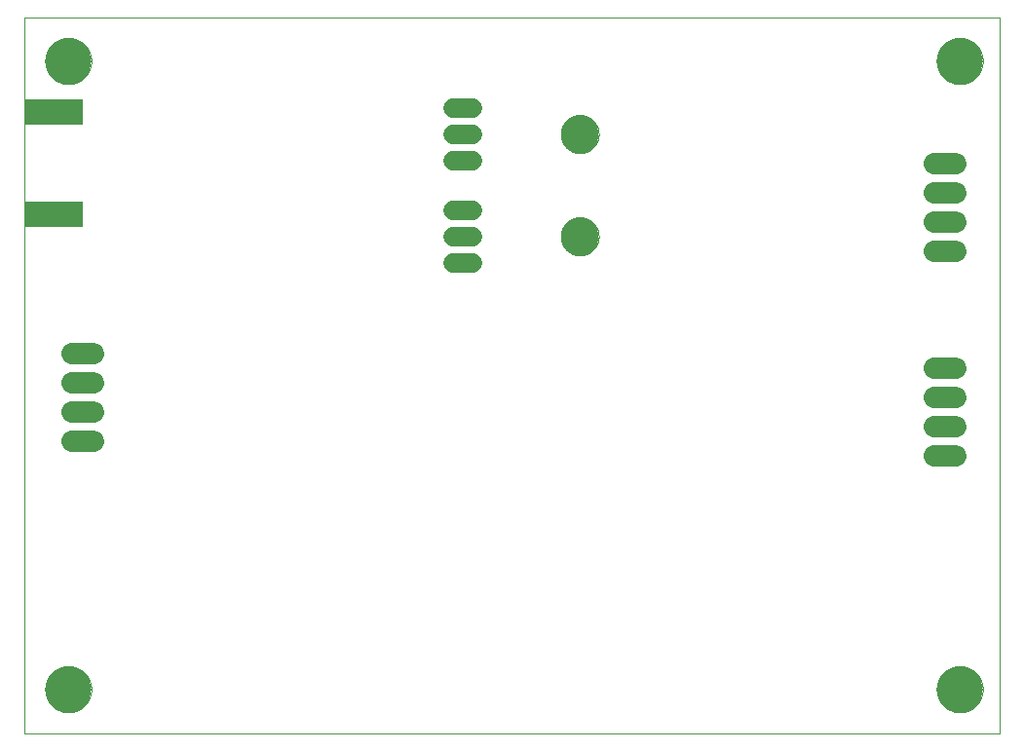
<source format=gbs>
G75*
%MOIN*%
%OFA0B0*%
%FSLAX25Y25*%
%IPPOS*%
%LPD*%
%AMOC8*
5,1,8,0,0,1.08239X$1,22.5*
%
%ADD10C,0.00000*%
%ADD11C,0.15748*%
%ADD12C,0.06600*%
%ADD13C,0.13000*%
%ADD14R,0.20000X0.09000*%
%ADD15C,0.07400*%
D10*
X0098342Y0038933D02*
X0098342Y0283894D01*
X0432043Y0283894D01*
X0432043Y0038933D01*
X0098342Y0038933D01*
X0105468Y0053933D02*
X0105470Y0054126D01*
X0105477Y0054319D01*
X0105489Y0054512D01*
X0105506Y0054705D01*
X0105527Y0054897D01*
X0105553Y0055088D01*
X0105584Y0055279D01*
X0105619Y0055469D01*
X0105659Y0055658D01*
X0105704Y0055846D01*
X0105753Y0056033D01*
X0105807Y0056219D01*
X0105865Y0056403D01*
X0105928Y0056586D01*
X0105996Y0056767D01*
X0106067Y0056946D01*
X0106144Y0057124D01*
X0106224Y0057300D01*
X0106309Y0057473D01*
X0106398Y0057645D01*
X0106491Y0057814D01*
X0106588Y0057981D01*
X0106690Y0058146D01*
X0106795Y0058308D01*
X0106904Y0058467D01*
X0107018Y0058624D01*
X0107135Y0058777D01*
X0107255Y0058928D01*
X0107380Y0059076D01*
X0107508Y0059221D01*
X0107639Y0059362D01*
X0107774Y0059501D01*
X0107913Y0059636D01*
X0108054Y0059767D01*
X0108199Y0059895D01*
X0108347Y0060020D01*
X0108498Y0060140D01*
X0108651Y0060257D01*
X0108808Y0060371D01*
X0108967Y0060480D01*
X0109129Y0060585D01*
X0109294Y0060687D01*
X0109461Y0060784D01*
X0109630Y0060877D01*
X0109802Y0060966D01*
X0109975Y0061051D01*
X0110151Y0061131D01*
X0110329Y0061208D01*
X0110508Y0061279D01*
X0110689Y0061347D01*
X0110872Y0061410D01*
X0111056Y0061468D01*
X0111242Y0061522D01*
X0111429Y0061571D01*
X0111617Y0061616D01*
X0111806Y0061656D01*
X0111996Y0061691D01*
X0112187Y0061722D01*
X0112378Y0061748D01*
X0112570Y0061769D01*
X0112763Y0061786D01*
X0112956Y0061798D01*
X0113149Y0061805D01*
X0113342Y0061807D01*
X0113535Y0061805D01*
X0113728Y0061798D01*
X0113921Y0061786D01*
X0114114Y0061769D01*
X0114306Y0061748D01*
X0114497Y0061722D01*
X0114688Y0061691D01*
X0114878Y0061656D01*
X0115067Y0061616D01*
X0115255Y0061571D01*
X0115442Y0061522D01*
X0115628Y0061468D01*
X0115812Y0061410D01*
X0115995Y0061347D01*
X0116176Y0061279D01*
X0116355Y0061208D01*
X0116533Y0061131D01*
X0116709Y0061051D01*
X0116882Y0060966D01*
X0117054Y0060877D01*
X0117223Y0060784D01*
X0117390Y0060687D01*
X0117555Y0060585D01*
X0117717Y0060480D01*
X0117876Y0060371D01*
X0118033Y0060257D01*
X0118186Y0060140D01*
X0118337Y0060020D01*
X0118485Y0059895D01*
X0118630Y0059767D01*
X0118771Y0059636D01*
X0118910Y0059501D01*
X0119045Y0059362D01*
X0119176Y0059221D01*
X0119304Y0059076D01*
X0119429Y0058928D01*
X0119549Y0058777D01*
X0119666Y0058624D01*
X0119780Y0058467D01*
X0119889Y0058308D01*
X0119994Y0058146D01*
X0120096Y0057981D01*
X0120193Y0057814D01*
X0120286Y0057645D01*
X0120375Y0057473D01*
X0120460Y0057300D01*
X0120540Y0057124D01*
X0120617Y0056946D01*
X0120688Y0056767D01*
X0120756Y0056586D01*
X0120819Y0056403D01*
X0120877Y0056219D01*
X0120931Y0056033D01*
X0120980Y0055846D01*
X0121025Y0055658D01*
X0121065Y0055469D01*
X0121100Y0055279D01*
X0121131Y0055088D01*
X0121157Y0054897D01*
X0121178Y0054705D01*
X0121195Y0054512D01*
X0121207Y0054319D01*
X0121214Y0054126D01*
X0121216Y0053933D01*
X0121214Y0053740D01*
X0121207Y0053547D01*
X0121195Y0053354D01*
X0121178Y0053161D01*
X0121157Y0052969D01*
X0121131Y0052778D01*
X0121100Y0052587D01*
X0121065Y0052397D01*
X0121025Y0052208D01*
X0120980Y0052020D01*
X0120931Y0051833D01*
X0120877Y0051647D01*
X0120819Y0051463D01*
X0120756Y0051280D01*
X0120688Y0051099D01*
X0120617Y0050920D01*
X0120540Y0050742D01*
X0120460Y0050566D01*
X0120375Y0050393D01*
X0120286Y0050221D01*
X0120193Y0050052D01*
X0120096Y0049885D01*
X0119994Y0049720D01*
X0119889Y0049558D01*
X0119780Y0049399D01*
X0119666Y0049242D01*
X0119549Y0049089D01*
X0119429Y0048938D01*
X0119304Y0048790D01*
X0119176Y0048645D01*
X0119045Y0048504D01*
X0118910Y0048365D01*
X0118771Y0048230D01*
X0118630Y0048099D01*
X0118485Y0047971D01*
X0118337Y0047846D01*
X0118186Y0047726D01*
X0118033Y0047609D01*
X0117876Y0047495D01*
X0117717Y0047386D01*
X0117555Y0047281D01*
X0117390Y0047179D01*
X0117223Y0047082D01*
X0117054Y0046989D01*
X0116882Y0046900D01*
X0116709Y0046815D01*
X0116533Y0046735D01*
X0116355Y0046658D01*
X0116176Y0046587D01*
X0115995Y0046519D01*
X0115812Y0046456D01*
X0115628Y0046398D01*
X0115442Y0046344D01*
X0115255Y0046295D01*
X0115067Y0046250D01*
X0114878Y0046210D01*
X0114688Y0046175D01*
X0114497Y0046144D01*
X0114306Y0046118D01*
X0114114Y0046097D01*
X0113921Y0046080D01*
X0113728Y0046068D01*
X0113535Y0046061D01*
X0113342Y0046059D01*
X0113149Y0046061D01*
X0112956Y0046068D01*
X0112763Y0046080D01*
X0112570Y0046097D01*
X0112378Y0046118D01*
X0112187Y0046144D01*
X0111996Y0046175D01*
X0111806Y0046210D01*
X0111617Y0046250D01*
X0111429Y0046295D01*
X0111242Y0046344D01*
X0111056Y0046398D01*
X0110872Y0046456D01*
X0110689Y0046519D01*
X0110508Y0046587D01*
X0110329Y0046658D01*
X0110151Y0046735D01*
X0109975Y0046815D01*
X0109802Y0046900D01*
X0109630Y0046989D01*
X0109461Y0047082D01*
X0109294Y0047179D01*
X0109129Y0047281D01*
X0108967Y0047386D01*
X0108808Y0047495D01*
X0108651Y0047609D01*
X0108498Y0047726D01*
X0108347Y0047846D01*
X0108199Y0047971D01*
X0108054Y0048099D01*
X0107913Y0048230D01*
X0107774Y0048365D01*
X0107639Y0048504D01*
X0107508Y0048645D01*
X0107380Y0048790D01*
X0107255Y0048938D01*
X0107135Y0049089D01*
X0107018Y0049242D01*
X0106904Y0049399D01*
X0106795Y0049558D01*
X0106690Y0049720D01*
X0106588Y0049885D01*
X0106491Y0050052D01*
X0106398Y0050221D01*
X0106309Y0050393D01*
X0106224Y0050566D01*
X0106144Y0050742D01*
X0106067Y0050920D01*
X0105996Y0051099D01*
X0105928Y0051280D01*
X0105865Y0051463D01*
X0105807Y0051647D01*
X0105753Y0051833D01*
X0105704Y0052020D01*
X0105659Y0052208D01*
X0105619Y0052397D01*
X0105584Y0052587D01*
X0105553Y0052778D01*
X0105527Y0052969D01*
X0105506Y0053161D01*
X0105489Y0053354D01*
X0105477Y0053547D01*
X0105470Y0053740D01*
X0105468Y0053933D01*
X0281842Y0208933D02*
X0281844Y0209094D01*
X0281850Y0209254D01*
X0281860Y0209415D01*
X0281874Y0209575D01*
X0281892Y0209735D01*
X0281913Y0209894D01*
X0281939Y0210053D01*
X0281969Y0210211D01*
X0282002Y0210368D01*
X0282040Y0210525D01*
X0282081Y0210680D01*
X0282126Y0210834D01*
X0282175Y0210987D01*
X0282228Y0211139D01*
X0282284Y0211290D01*
X0282345Y0211439D01*
X0282408Y0211587D01*
X0282476Y0211733D01*
X0282547Y0211877D01*
X0282621Y0212019D01*
X0282699Y0212160D01*
X0282781Y0212298D01*
X0282866Y0212435D01*
X0282954Y0212569D01*
X0283046Y0212701D01*
X0283141Y0212831D01*
X0283239Y0212959D01*
X0283340Y0213084D01*
X0283444Y0213206D01*
X0283551Y0213326D01*
X0283661Y0213443D01*
X0283774Y0213558D01*
X0283890Y0213669D01*
X0284009Y0213778D01*
X0284130Y0213883D01*
X0284254Y0213986D01*
X0284380Y0214086D01*
X0284508Y0214182D01*
X0284639Y0214275D01*
X0284773Y0214365D01*
X0284908Y0214452D01*
X0285046Y0214535D01*
X0285185Y0214615D01*
X0285327Y0214691D01*
X0285470Y0214764D01*
X0285615Y0214833D01*
X0285762Y0214899D01*
X0285910Y0214961D01*
X0286060Y0215019D01*
X0286211Y0215074D01*
X0286364Y0215125D01*
X0286518Y0215172D01*
X0286673Y0215215D01*
X0286829Y0215254D01*
X0286985Y0215290D01*
X0287143Y0215321D01*
X0287301Y0215349D01*
X0287460Y0215373D01*
X0287620Y0215393D01*
X0287780Y0215409D01*
X0287940Y0215421D01*
X0288101Y0215429D01*
X0288262Y0215433D01*
X0288422Y0215433D01*
X0288583Y0215429D01*
X0288744Y0215421D01*
X0288904Y0215409D01*
X0289064Y0215393D01*
X0289224Y0215373D01*
X0289383Y0215349D01*
X0289541Y0215321D01*
X0289699Y0215290D01*
X0289855Y0215254D01*
X0290011Y0215215D01*
X0290166Y0215172D01*
X0290320Y0215125D01*
X0290473Y0215074D01*
X0290624Y0215019D01*
X0290774Y0214961D01*
X0290922Y0214899D01*
X0291069Y0214833D01*
X0291214Y0214764D01*
X0291357Y0214691D01*
X0291499Y0214615D01*
X0291638Y0214535D01*
X0291776Y0214452D01*
X0291911Y0214365D01*
X0292045Y0214275D01*
X0292176Y0214182D01*
X0292304Y0214086D01*
X0292430Y0213986D01*
X0292554Y0213883D01*
X0292675Y0213778D01*
X0292794Y0213669D01*
X0292910Y0213558D01*
X0293023Y0213443D01*
X0293133Y0213326D01*
X0293240Y0213206D01*
X0293344Y0213084D01*
X0293445Y0212959D01*
X0293543Y0212831D01*
X0293638Y0212701D01*
X0293730Y0212569D01*
X0293818Y0212435D01*
X0293903Y0212298D01*
X0293985Y0212160D01*
X0294063Y0212019D01*
X0294137Y0211877D01*
X0294208Y0211733D01*
X0294276Y0211587D01*
X0294339Y0211439D01*
X0294400Y0211290D01*
X0294456Y0211139D01*
X0294509Y0210987D01*
X0294558Y0210834D01*
X0294603Y0210680D01*
X0294644Y0210525D01*
X0294682Y0210368D01*
X0294715Y0210211D01*
X0294745Y0210053D01*
X0294771Y0209894D01*
X0294792Y0209735D01*
X0294810Y0209575D01*
X0294824Y0209415D01*
X0294834Y0209254D01*
X0294840Y0209094D01*
X0294842Y0208933D01*
X0294840Y0208772D01*
X0294834Y0208612D01*
X0294824Y0208451D01*
X0294810Y0208291D01*
X0294792Y0208131D01*
X0294771Y0207972D01*
X0294745Y0207813D01*
X0294715Y0207655D01*
X0294682Y0207498D01*
X0294644Y0207341D01*
X0294603Y0207186D01*
X0294558Y0207032D01*
X0294509Y0206879D01*
X0294456Y0206727D01*
X0294400Y0206576D01*
X0294339Y0206427D01*
X0294276Y0206279D01*
X0294208Y0206133D01*
X0294137Y0205989D01*
X0294063Y0205847D01*
X0293985Y0205706D01*
X0293903Y0205568D01*
X0293818Y0205431D01*
X0293730Y0205297D01*
X0293638Y0205165D01*
X0293543Y0205035D01*
X0293445Y0204907D01*
X0293344Y0204782D01*
X0293240Y0204660D01*
X0293133Y0204540D01*
X0293023Y0204423D01*
X0292910Y0204308D01*
X0292794Y0204197D01*
X0292675Y0204088D01*
X0292554Y0203983D01*
X0292430Y0203880D01*
X0292304Y0203780D01*
X0292176Y0203684D01*
X0292045Y0203591D01*
X0291911Y0203501D01*
X0291776Y0203414D01*
X0291638Y0203331D01*
X0291499Y0203251D01*
X0291357Y0203175D01*
X0291214Y0203102D01*
X0291069Y0203033D01*
X0290922Y0202967D01*
X0290774Y0202905D01*
X0290624Y0202847D01*
X0290473Y0202792D01*
X0290320Y0202741D01*
X0290166Y0202694D01*
X0290011Y0202651D01*
X0289855Y0202612D01*
X0289699Y0202576D01*
X0289541Y0202545D01*
X0289383Y0202517D01*
X0289224Y0202493D01*
X0289064Y0202473D01*
X0288904Y0202457D01*
X0288744Y0202445D01*
X0288583Y0202437D01*
X0288422Y0202433D01*
X0288262Y0202433D01*
X0288101Y0202437D01*
X0287940Y0202445D01*
X0287780Y0202457D01*
X0287620Y0202473D01*
X0287460Y0202493D01*
X0287301Y0202517D01*
X0287143Y0202545D01*
X0286985Y0202576D01*
X0286829Y0202612D01*
X0286673Y0202651D01*
X0286518Y0202694D01*
X0286364Y0202741D01*
X0286211Y0202792D01*
X0286060Y0202847D01*
X0285910Y0202905D01*
X0285762Y0202967D01*
X0285615Y0203033D01*
X0285470Y0203102D01*
X0285327Y0203175D01*
X0285185Y0203251D01*
X0285046Y0203331D01*
X0284908Y0203414D01*
X0284773Y0203501D01*
X0284639Y0203591D01*
X0284508Y0203684D01*
X0284380Y0203780D01*
X0284254Y0203880D01*
X0284130Y0203983D01*
X0284009Y0204088D01*
X0283890Y0204197D01*
X0283774Y0204308D01*
X0283661Y0204423D01*
X0283551Y0204540D01*
X0283444Y0204660D01*
X0283340Y0204782D01*
X0283239Y0204907D01*
X0283141Y0205035D01*
X0283046Y0205165D01*
X0282954Y0205297D01*
X0282866Y0205431D01*
X0282781Y0205568D01*
X0282699Y0205706D01*
X0282621Y0205847D01*
X0282547Y0205989D01*
X0282476Y0206133D01*
X0282408Y0206279D01*
X0282345Y0206427D01*
X0282284Y0206576D01*
X0282228Y0206727D01*
X0282175Y0206879D01*
X0282126Y0207032D01*
X0282081Y0207186D01*
X0282040Y0207341D01*
X0282002Y0207498D01*
X0281969Y0207655D01*
X0281939Y0207813D01*
X0281913Y0207972D01*
X0281892Y0208131D01*
X0281874Y0208291D01*
X0281860Y0208451D01*
X0281850Y0208612D01*
X0281844Y0208772D01*
X0281842Y0208933D01*
X0281842Y0243933D02*
X0281844Y0244094D01*
X0281850Y0244254D01*
X0281860Y0244415D01*
X0281874Y0244575D01*
X0281892Y0244735D01*
X0281913Y0244894D01*
X0281939Y0245053D01*
X0281969Y0245211D01*
X0282002Y0245368D01*
X0282040Y0245525D01*
X0282081Y0245680D01*
X0282126Y0245834D01*
X0282175Y0245987D01*
X0282228Y0246139D01*
X0282284Y0246290D01*
X0282345Y0246439D01*
X0282408Y0246587D01*
X0282476Y0246733D01*
X0282547Y0246877D01*
X0282621Y0247019D01*
X0282699Y0247160D01*
X0282781Y0247298D01*
X0282866Y0247435D01*
X0282954Y0247569D01*
X0283046Y0247701D01*
X0283141Y0247831D01*
X0283239Y0247959D01*
X0283340Y0248084D01*
X0283444Y0248206D01*
X0283551Y0248326D01*
X0283661Y0248443D01*
X0283774Y0248558D01*
X0283890Y0248669D01*
X0284009Y0248778D01*
X0284130Y0248883D01*
X0284254Y0248986D01*
X0284380Y0249086D01*
X0284508Y0249182D01*
X0284639Y0249275D01*
X0284773Y0249365D01*
X0284908Y0249452D01*
X0285046Y0249535D01*
X0285185Y0249615D01*
X0285327Y0249691D01*
X0285470Y0249764D01*
X0285615Y0249833D01*
X0285762Y0249899D01*
X0285910Y0249961D01*
X0286060Y0250019D01*
X0286211Y0250074D01*
X0286364Y0250125D01*
X0286518Y0250172D01*
X0286673Y0250215D01*
X0286829Y0250254D01*
X0286985Y0250290D01*
X0287143Y0250321D01*
X0287301Y0250349D01*
X0287460Y0250373D01*
X0287620Y0250393D01*
X0287780Y0250409D01*
X0287940Y0250421D01*
X0288101Y0250429D01*
X0288262Y0250433D01*
X0288422Y0250433D01*
X0288583Y0250429D01*
X0288744Y0250421D01*
X0288904Y0250409D01*
X0289064Y0250393D01*
X0289224Y0250373D01*
X0289383Y0250349D01*
X0289541Y0250321D01*
X0289699Y0250290D01*
X0289855Y0250254D01*
X0290011Y0250215D01*
X0290166Y0250172D01*
X0290320Y0250125D01*
X0290473Y0250074D01*
X0290624Y0250019D01*
X0290774Y0249961D01*
X0290922Y0249899D01*
X0291069Y0249833D01*
X0291214Y0249764D01*
X0291357Y0249691D01*
X0291499Y0249615D01*
X0291638Y0249535D01*
X0291776Y0249452D01*
X0291911Y0249365D01*
X0292045Y0249275D01*
X0292176Y0249182D01*
X0292304Y0249086D01*
X0292430Y0248986D01*
X0292554Y0248883D01*
X0292675Y0248778D01*
X0292794Y0248669D01*
X0292910Y0248558D01*
X0293023Y0248443D01*
X0293133Y0248326D01*
X0293240Y0248206D01*
X0293344Y0248084D01*
X0293445Y0247959D01*
X0293543Y0247831D01*
X0293638Y0247701D01*
X0293730Y0247569D01*
X0293818Y0247435D01*
X0293903Y0247298D01*
X0293985Y0247160D01*
X0294063Y0247019D01*
X0294137Y0246877D01*
X0294208Y0246733D01*
X0294276Y0246587D01*
X0294339Y0246439D01*
X0294400Y0246290D01*
X0294456Y0246139D01*
X0294509Y0245987D01*
X0294558Y0245834D01*
X0294603Y0245680D01*
X0294644Y0245525D01*
X0294682Y0245368D01*
X0294715Y0245211D01*
X0294745Y0245053D01*
X0294771Y0244894D01*
X0294792Y0244735D01*
X0294810Y0244575D01*
X0294824Y0244415D01*
X0294834Y0244254D01*
X0294840Y0244094D01*
X0294842Y0243933D01*
X0294840Y0243772D01*
X0294834Y0243612D01*
X0294824Y0243451D01*
X0294810Y0243291D01*
X0294792Y0243131D01*
X0294771Y0242972D01*
X0294745Y0242813D01*
X0294715Y0242655D01*
X0294682Y0242498D01*
X0294644Y0242341D01*
X0294603Y0242186D01*
X0294558Y0242032D01*
X0294509Y0241879D01*
X0294456Y0241727D01*
X0294400Y0241576D01*
X0294339Y0241427D01*
X0294276Y0241279D01*
X0294208Y0241133D01*
X0294137Y0240989D01*
X0294063Y0240847D01*
X0293985Y0240706D01*
X0293903Y0240568D01*
X0293818Y0240431D01*
X0293730Y0240297D01*
X0293638Y0240165D01*
X0293543Y0240035D01*
X0293445Y0239907D01*
X0293344Y0239782D01*
X0293240Y0239660D01*
X0293133Y0239540D01*
X0293023Y0239423D01*
X0292910Y0239308D01*
X0292794Y0239197D01*
X0292675Y0239088D01*
X0292554Y0238983D01*
X0292430Y0238880D01*
X0292304Y0238780D01*
X0292176Y0238684D01*
X0292045Y0238591D01*
X0291911Y0238501D01*
X0291776Y0238414D01*
X0291638Y0238331D01*
X0291499Y0238251D01*
X0291357Y0238175D01*
X0291214Y0238102D01*
X0291069Y0238033D01*
X0290922Y0237967D01*
X0290774Y0237905D01*
X0290624Y0237847D01*
X0290473Y0237792D01*
X0290320Y0237741D01*
X0290166Y0237694D01*
X0290011Y0237651D01*
X0289855Y0237612D01*
X0289699Y0237576D01*
X0289541Y0237545D01*
X0289383Y0237517D01*
X0289224Y0237493D01*
X0289064Y0237473D01*
X0288904Y0237457D01*
X0288744Y0237445D01*
X0288583Y0237437D01*
X0288422Y0237433D01*
X0288262Y0237433D01*
X0288101Y0237437D01*
X0287940Y0237445D01*
X0287780Y0237457D01*
X0287620Y0237473D01*
X0287460Y0237493D01*
X0287301Y0237517D01*
X0287143Y0237545D01*
X0286985Y0237576D01*
X0286829Y0237612D01*
X0286673Y0237651D01*
X0286518Y0237694D01*
X0286364Y0237741D01*
X0286211Y0237792D01*
X0286060Y0237847D01*
X0285910Y0237905D01*
X0285762Y0237967D01*
X0285615Y0238033D01*
X0285470Y0238102D01*
X0285327Y0238175D01*
X0285185Y0238251D01*
X0285046Y0238331D01*
X0284908Y0238414D01*
X0284773Y0238501D01*
X0284639Y0238591D01*
X0284508Y0238684D01*
X0284380Y0238780D01*
X0284254Y0238880D01*
X0284130Y0238983D01*
X0284009Y0239088D01*
X0283890Y0239197D01*
X0283774Y0239308D01*
X0283661Y0239423D01*
X0283551Y0239540D01*
X0283444Y0239660D01*
X0283340Y0239782D01*
X0283239Y0239907D01*
X0283141Y0240035D01*
X0283046Y0240165D01*
X0282954Y0240297D01*
X0282866Y0240431D01*
X0282781Y0240568D01*
X0282699Y0240706D01*
X0282621Y0240847D01*
X0282547Y0240989D01*
X0282476Y0241133D01*
X0282408Y0241279D01*
X0282345Y0241427D01*
X0282284Y0241576D01*
X0282228Y0241727D01*
X0282175Y0241879D01*
X0282126Y0242032D01*
X0282081Y0242186D01*
X0282040Y0242341D01*
X0282002Y0242498D01*
X0281969Y0242655D01*
X0281939Y0242813D01*
X0281913Y0242972D01*
X0281892Y0243131D01*
X0281874Y0243291D01*
X0281860Y0243451D01*
X0281850Y0243612D01*
X0281844Y0243772D01*
X0281842Y0243933D01*
X0410468Y0268933D02*
X0410470Y0269126D01*
X0410477Y0269319D01*
X0410489Y0269512D01*
X0410506Y0269705D01*
X0410527Y0269897D01*
X0410553Y0270088D01*
X0410584Y0270279D01*
X0410619Y0270469D01*
X0410659Y0270658D01*
X0410704Y0270846D01*
X0410753Y0271033D01*
X0410807Y0271219D01*
X0410865Y0271403D01*
X0410928Y0271586D01*
X0410996Y0271767D01*
X0411067Y0271946D01*
X0411144Y0272124D01*
X0411224Y0272300D01*
X0411309Y0272473D01*
X0411398Y0272645D01*
X0411491Y0272814D01*
X0411588Y0272981D01*
X0411690Y0273146D01*
X0411795Y0273308D01*
X0411904Y0273467D01*
X0412018Y0273624D01*
X0412135Y0273777D01*
X0412255Y0273928D01*
X0412380Y0274076D01*
X0412508Y0274221D01*
X0412639Y0274362D01*
X0412774Y0274501D01*
X0412913Y0274636D01*
X0413054Y0274767D01*
X0413199Y0274895D01*
X0413347Y0275020D01*
X0413498Y0275140D01*
X0413651Y0275257D01*
X0413808Y0275371D01*
X0413967Y0275480D01*
X0414129Y0275585D01*
X0414294Y0275687D01*
X0414461Y0275784D01*
X0414630Y0275877D01*
X0414802Y0275966D01*
X0414975Y0276051D01*
X0415151Y0276131D01*
X0415329Y0276208D01*
X0415508Y0276279D01*
X0415689Y0276347D01*
X0415872Y0276410D01*
X0416056Y0276468D01*
X0416242Y0276522D01*
X0416429Y0276571D01*
X0416617Y0276616D01*
X0416806Y0276656D01*
X0416996Y0276691D01*
X0417187Y0276722D01*
X0417378Y0276748D01*
X0417570Y0276769D01*
X0417763Y0276786D01*
X0417956Y0276798D01*
X0418149Y0276805D01*
X0418342Y0276807D01*
X0418535Y0276805D01*
X0418728Y0276798D01*
X0418921Y0276786D01*
X0419114Y0276769D01*
X0419306Y0276748D01*
X0419497Y0276722D01*
X0419688Y0276691D01*
X0419878Y0276656D01*
X0420067Y0276616D01*
X0420255Y0276571D01*
X0420442Y0276522D01*
X0420628Y0276468D01*
X0420812Y0276410D01*
X0420995Y0276347D01*
X0421176Y0276279D01*
X0421355Y0276208D01*
X0421533Y0276131D01*
X0421709Y0276051D01*
X0421882Y0275966D01*
X0422054Y0275877D01*
X0422223Y0275784D01*
X0422390Y0275687D01*
X0422555Y0275585D01*
X0422717Y0275480D01*
X0422876Y0275371D01*
X0423033Y0275257D01*
X0423186Y0275140D01*
X0423337Y0275020D01*
X0423485Y0274895D01*
X0423630Y0274767D01*
X0423771Y0274636D01*
X0423910Y0274501D01*
X0424045Y0274362D01*
X0424176Y0274221D01*
X0424304Y0274076D01*
X0424429Y0273928D01*
X0424549Y0273777D01*
X0424666Y0273624D01*
X0424780Y0273467D01*
X0424889Y0273308D01*
X0424994Y0273146D01*
X0425096Y0272981D01*
X0425193Y0272814D01*
X0425286Y0272645D01*
X0425375Y0272473D01*
X0425460Y0272300D01*
X0425540Y0272124D01*
X0425617Y0271946D01*
X0425688Y0271767D01*
X0425756Y0271586D01*
X0425819Y0271403D01*
X0425877Y0271219D01*
X0425931Y0271033D01*
X0425980Y0270846D01*
X0426025Y0270658D01*
X0426065Y0270469D01*
X0426100Y0270279D01*
X0426131Y0270088D01*
X0426157Y0269897D01*
X0426178Y0269705D01*
X0426195Y0269512D01*
X0426207Y0269319D01*
X0426214Y0269126D01*
X0426216Y0268933D01*
X0426214Y0268740D01*
X0426207Y0268547D01*
X0426195Y0268354D01*
X0426178Y0268161D01*
X0426157Y0267969D01*
X0426131Y0267778D01*
X0426100Y0267587D01*
X0426065Y0267397D01*
X0426025Y0267208D01*
X0425980Y0267020D01*
X0425931Y0266833D01*
X0425877Y0266647D01*
X0425819Y0266463D01*
X0425756Y0266280D01*
X0425688Y0266099D01*
X0425617Y0265920D01*
X0425540Y0265742D01*
X0425460Y0265566D01*
X0425375Y0265393D01*
X0425286Y0265221D01*
X0425193Y0265052D01*
X0425096Y0264885D01*
X0424994Y0264720D01*
X0424889Y0264558D01*
X0424780Y0264399D01*
X0424666Y0264242D01*
X0424549Y0264089D01*
X0424429Y0263938D01*
X0424304Y0263790D01*
X0424176Y0263645D01*
X0424045Y0263504D01*
X0423910Y0263365D01*
X0423771Y0263230D01*
X0423630Y0263099D01*
X0423485Y0262971D01*
X0423337Y0262846D01*
X0423186Y0262726D01*
X0423033Y0262609D01*
X0422876Y0262495D01*
X0422717Y0262386D01*
X0422555Y0262281D01*
X0422390Y0262179D01*
X0422223Y0262082D01*
X0422054Y0261989D01*
X0421882Y0261900D01*
X0421709Y0261815D01*
X0421533Y0261735D01*
X0421355Y0261658D01*
X0421176Y0261587D01*
X0420995Y0261519D01*
X0420812Y0261456D01*
X0420628Y0261398D01*
X0420442Y0261344D01*
X0420255Y0261295D01*
X0420067Y0261250D01*
X0419878Y0261210D01*
X0419688Y0261175D01*
X0419497Y0261144D01*
X0419306Y0261118D01*
X0419114Y0261097D01*
X0418921Y0261080D01*
X0418728Y0261068D01*
X0418535Y0261061D01*
X0418342Y0261059D01*
X0418149Y0261061D01*
X0417956Y0261068D01*
X0417763Y0261080D01*
X0417570Y0261097D01*
X0417378Y0261118D01*
X0417187Y0261144D01*
X0416996Y0261175D01*
X0416806Y0261210D01*
X0416617Y0261250D01*
X0416429Y0261295D01*
X0416242Y0261344D01*
X0416056Y0261398D01*
X0415872Y0261456D01*
X0415689Y0261519D01*
X0415508Y0261587D01*
X0415329Y0261658D01*
X0415151Y0261735D01*
X0414975Y0261815D01*
X0414802Y0261900D01*
X0414630Y0261989D01*
X0414461Y0262082D01*
X0414294Y0262179D01*
X0414129Y0262281D01*
X0413967Y0262386D01*
X0413808Y0262495D01*
X0413651Y0262609D01*
X0413498Y0262726D01*
X0413347Y0262846D01*
X0413199Y0262971D01*
X0413054Y0263099D01*
X0412913Y0263230D01*
X0412774Y0263365D01*
X0412639Y0263504D01*
X0412508Y0263645D01*
X0412380Y0263790D01*
X0412255Y0263938D01*
X0412135Y0264089D01*
X0412018Y0264242D01*
X0411904Y0264399D01*
X0411795Y0264558D01*
X0411690Y0264720D01*
X0411588Y0264885D01*
X0411491Y0265052D01*
X0411398Y0265221D01*
X0411309Y0265393D01*
X0411224Y0265566D01*
X0411144Y0265742D01*
X0411067Y0265920D01*
X0410996Y0266099D01*
X0410928Y0266280D01*
X0410865Y0266463D01*
X0410807Y0266647D01*
X0410753Y0266833D01*
X0410704Y0267020D01*
X0410659Y0267208D01*
X0410619Y0267397D01*
X0410584Y0267587D01*
X0410553Y0267778D01*
X0410527Y0267969D01*
X0410506Y0268161D01*
X0410489Y0268354D01*
X0410477Y0268547D01*
X0410470Y0268740D01*
X0410468Y0268933D01*
X0105468Y0268933D02*
X0105470Y0269126D01*
X0105477Y0269319D01*
X0105489Y0269512D01*
X0105506Y0269705D01*
X0105527Y0269897D01*
X0105553Y0270088D01*
X0105584Y0270279D01*
X0105619Y0270469D01*
X0105659Y0270658D01*
X0105704Y0270846D01*
X0105753Y0271033D01*
X0105807Y0271219D01*
X0105865Y0271403D01*
X0105928Y0271586D01*
X0105996Y0271767D01*
X0106067Y0271946D01*
X0106144Y0272124D01*
X0106224Y0272300D01*
X0106309Y0272473D01*
X0106398Y0272645D01*
X0106491Y0272814D01*
X0106588Y0272981D01*
X0106690Y0273146D01*
X0106795Y0273308D01*
X0106904Y0273467D01*
X0107018Y0273624D01*
X0107135Y0273777D01*
X0107255Y0273928D01*
X0107380Y0274076D01*
X0107508Y0274221D01*
X0107639Y0274362D01*
X0107774Y0274501D01*
X0107913Y0274636D01*
X0108054Y0274767D01*
X0108199Y0274895D01*
X0108347Y0275020D01*
X0108498Y0275140D01*
X0108651Y0275257D01*
X0108808Y0275371D01*
X0108967Y0275480D01*
X0109129Y0275585D01*
X0109294Y0275687D01*
X0109461Y0275784D01*
X0109630Y0275877D01*
X0109802Y0275966D01*
X0109975Y0276051D01*
X0110151Y0276131D01*
X0110329Y0276208D01*
X0110508Y0276279D01*
X0110689Y0276347D01*
X0110872Y0276410D01*
X0111056Y0276468D01*
X0111242Y0276522D01*
X0111429Y0276571D01*
X0111617Y0276616D01*
X0111806Y0276656D01*
X0111996Y0276691D01*
X0112187Y0276722D01*
X0112378Y0276748D01*
X0112570Y0276769D01*
X0112763Y0276786D01*
X0112956Y0276798D01*
X0113149Y0276805D01*
X0113342Y0276807D01*
X0113535Y0276805D01*
X0113728Y0276798D01*
X0113921Y0276786D01*
X0114114Y0276769D01*
X0114306Y0276748D01*
X0114497Y0276722D01*
X0114688Y0276691D01*
X0114878Y0276656D01*
X0115067Y0276616D01*
X0115255Y0276571D01*
X0115442Y0276522D01*
X0115628Y0276468D01*
X0115812Y0276410D01*
X0115995Y0276347D01*
X0116176Y0276279D01*
X0116355Y0276208D01*
X0116533Y0276131D01*
X0116709Y0276051D01*
X0116882Y0275966D01*
X0117054Y0275877D01*
X0117223Y0275784D01*
X0117390Y0275687D01*
X0117555Y0275585D01*
X0117717Y0275480D01*
X0117876Y0275371D01*
X0118033Y0275257D01*
X0118186Y0275140D01*
X0118337Y0275020D01*
X0118485Y0274895D01*
X0118630Y0274767D01*
X0118771Y0274636D01*
X0118910Y0274501D01*
X0119045Y0274362D01*
X0119176Y0274221D01*
X0119304Y0274076D01*
X0119429Y0273928D01*
X0119549Y0273777D01*
X0119666Y0273624D01*
X0119780Y0273467D01*
X0119889Y0273308D01*
X0119994Y0273146D01*
X0120096Y0272981D01*
X0120193Y0272814D01*
X0120286Y0272645D01*
X0120375Y0272473D01*
X0120460Y0272300D01*
X0120540Y0272124D01*
X0120617Y0271946D01*
X0120688Y0271767D01*
X0120756Y0271586D01*
X0120819Y0271403D01*
X0120877Y0271219D01*
X0120931Y0271033D01*
X0120980Y0270846D01*
X0121025Y0270658D01*
X0121065Y0270469D01*
X0121100Y0270279D01*
X0121131Y0270088D01*
X0121157Y0269897D01*
X0121178Y0269705D01*
X0121195Y0269512D01*
X0121207Y0269319D01*
X0121214Y0269126D01*
X0121216Y0268933D01*
X0121214Y0268740D01*
X0121207Y0268547D01*
X0121195Y0268354D01*
X0121178Y0268161D01*
X0121157Y0267969D01*
X0121131Y0267778D01*
X0121100Y0267587D01*
X0121065Y0267397D01*
X0121025Y0267208D01*
X0120980Y0267020D01*
X0120931Y0266833D01*
X0120877Y0266647D01*
X0120819Y0266463D01*
X0120756Y0266280D01*
X0120688Y0266099D01*
X0120617Y0265920D01*
X0120540Y0265742D01*
X0120460Y0265566D01*
X0120375Y0265393D01*
X0120286Y0265221D01*
X0120193Y0265052D01*
X0120096Y0264885D01*
X0119994Y0264720D01*
X0119889Y0264558D01*
X0119780Y0264399D01*
X0119666Y0264242D01*
X0119549Y0264089D01*
X0119429Y0263938D01*
X0119304Y0263790D01*
X0119176Y0263645D01*
X0119045Y0263504D01*
X0118910Y0263365D01*
X0118771Y0263230D01*
X0118630Y0263099D01*
X0118485Y0262971D01*
X0118337Y0262846D01*
X0118186Y0262726D01*
X0118033Y0262609D01*
X0117876Y0262495D01*
X0117717Y0262386D01*
X0117555Y0262281D01*
X0117390Y0262179D01*
X0117223Y0262082D01*
X0117054Y0261989D01*
X0116882Y0261900D01*
X0116709Y0261815D01*
X0116533Y0261735D01*
X0116355Y0261658D01*
X0116176Y0261587D01*
X0115995Y0261519D01*
X0115812Y0261456D01*
X0115628Y0261398D01*
X0115442Y0261344D01*
X0115255Y0261295D01*
X0115067Y0261250D01*
X0114878Y0261210D01*
X0114688Y0261175D01*
X0114497Y0261144D01*
X0114306Y0261118D01*
X0114114Y0261097D01*
X0113921Y0261080D01*
X0113728Y0261068D01*
X0113535Y0261061D01*
X0113342Y0261059D01*
X0113149Y0261061D01*
X0112956Y0261068D01*
X0112763Y0261080D01*
X0112570Y0261097D01*
X0112378Y0261118D01*
X0112187Y0261144D01*
X0111996Y0261175D01*
X0111806Y0261210D01*
X0111617Y0261250D01*
X0111429Y0261295D01*
X0111242Y0261344D01*
X0111056Y0261398D01*
X0110872Y0261456D01*
X0110689Y0261519D01*
X0110508Y0261587D01*
X0110329Y0261658D01*
X0110151Y0261735D01*
X0109975Y0261815D01*
X0109802Y0261900D01*
X0109630Y0261989D01*
X0109461Y0262082D01*
X0109294Y0262179D01*
X0109129Y0262281D01*
X0108967Y0262386D01*
X0108808Y0262495D01*
X0108651Y0262609D01*
X0108498Y0262726D01*
X0108347Y0262846D01*
X0108199Y0262971D01*
X0108054Y0263099D01*
X0107913Y0263230D01*
X0107774Y0263365D01*
X0107639Y0263504D01*
X0107508Y0263645D01*
X0107380Y0263790D01*
X0107255Y0263938D01*
X0107135Y0264089D01*
X0107018Y0264242D01*
X0106904Y0264399D01*
X0106795Y0264558D01*
X0106690Y0264720D01*
X0106588Y0264885D01*
X0106491Y0265052D01*
X0106398Y0265221D01*
X0106309Y0265393D01*
X0106224Y0265566D01*
X0106144Y0265742D01*
X0106067Y0265920D01*
X0105996Y0266099D01*
X0105928Y0266280D01*
X0105865Y0266463D01*
X0105807Y0266647D01*
X0105753Y0266833D01*
X0105704Y0267020D01*
X0105659Y0267208D01*
X0105619Y0267397D01*
X0105584Y0267587D01*
X0105553Y0267778D01*
X0105527Y0267969D01*
X0105506Y0268161D01*
X0105489Y0268354D01*
X0105477Y0268547D01*
X0105470Y0268740D01*
X0105468Y0268933D01*
X0098342Y0255933D02*
X0098342Y0211933D01*
X0410468Y0053933D02*
X0410470Y0054126D01*
X0410477Y0054319D01*
X0410489Y0054512D01*
X0410506Y0054705D01*
X0410527Y0054897D01*
X0410553Y0055088D01*
X0410584Y0055279D01*
X0410619Y0055469D01*
X0410659Y0055658D01*
X0410704Y0055846D01*
X0410753Y0056033D01*
X0410807Y0056219D01*
X0410865Y0056403D01*
X0410928Y0056586D01*
X0410996Y0056767D01*
X0411067Y0056946D01*
X0411144Y0057124D01*
X0411224Y0057300D01*
X0411309Y0057473D01*
X0411398Y0057645D01*
X0411491Y0057814D01*
X0411588Y0057981D01*
X0411690Y0058146D01*
X0411795Y0058308D01*
X0411904Y0058467D01*
X0412018Y0058624D01*
X0412135Y0058777D01*
X0412255Y0058928D01*
X0412380Y0059076D01*
X0412508Y0059221D01*
X0412639Y0059362D01*
X0412774Y0059501D01*
X0412913Y0059636D01*
X0413054Y0059767D01*
X0413199Y0059895D01*
X0413347Y0060020D01*
X0413498Y0060140D01*
X0413651Y0060257D01*
X0413808Y0060371D01*
X0413967Y0060480D01*
X0414129Y0060585D01*
X0414294Y0060687D01*
X0414461Y0060784D01*
X0414630Y0060877D01*
X0414802Y0060966D01*
X0414975Y0061051D01*
X0415151Y0061131D01*
X0415329Y0061208D01*
X0415508Y0061279D01*
X0415689Y0061347D01*
X0415872Y0061410D01*
X0416056Y0061468D01*
X0416242Y0061522D01*
X0416429Y0061571D01*
X0416617Y0061616D01*
X0416806Y0061656D01*
X0416996Y0061691D01*
X0417187Y0061722D01*
X0417378Y0061748D01*
X0417570Y0061769D01*
X0417763Y0061786D01*
X0417956Y0061798D01*
X0418149Y0061805D01*
X0418342Y0061807D01*
X0418535Y0061805D01*
X0418728Y0061798D01*
X0418921Y0061786D01*
X0419114Y0061769D01*
X0419306Y0061748D01*
X0419497Y0061722D01*
X0419688Y0061691D01*
X0419878Y0061656D01*
X0420067Y0061616D01*
X0420255Y0061571D01*
X0420442Y0061522D01*
X0420628Y0061468D01*
X0420812Y0061410D01*
X0420995Y0061347D01*
X0421176Y0061279D01*
X0421355Y0061208D01*
X0421533Y0061131D01*
X0421709Y0061051D01*
X0421882Y0060966D01*
X0422054Y0060877D01*
X0422223Y0060784D01*
X0422390Y0060687D01*
X0422555Y0060585D01*
X0422717Y0060480D01*
X0422876Y0060371D01*
X0423033Y0060257D01*
X0423186Y0060140D01*
X0423337Y0060020D01*
X0423485Y0059895D01*
X0423630Y0059767D01*
X0423771Y0059636D01*
X0423910Y0059501D01*
X0424045Y0059362D01*
X0424176Y0059221D01*
X0424304Y0059076D01*
X0424429Y0058928D01*
X0424549Y0058777D01*
X0424666Y0058624D01*
X0424780Y0058467D01*
X0424889Y0058308D01*
X0424994Y0058146D01*
X0425096Y0057981D01*
X0425193Y0057814D01*
X0425286Y0057645D01*
X0425375Y0057473D01*
X0425460Y0057300D01*
X0425540Y0057124D01*
X0425617Y0056946D01*
X0425688Y0056767D01*
X0425756Y0056586D01*
X0425819Y0056403D01*
X0425877Y0056219D01*
X0425931Y0056033D01*
X0425980Y0055846D01*
X0426025Y0055658D01*
X0426065Y0055469D01*
X0426100Y0055279D01*
X0426131Y0055088D01*
X0426157Y0054897D01*
X0426178Y0054705D01*
X0426195Y0054512D01*
X0426207Y0054319D01*
X0426214Y0054126D01*
X0426216Y0053933D01*
X0426214Y0053740D01*
X0426207Y0053547D01*
X0426195Y0053354D01*
X0426178Y0053161D01*
X0426157Y0052969D01*
X0426131Y0052778D01*
X0426100Y0052587D01*
X0426065Y0052397D01*
X0426025Y0052208D01*
X0425980Y0052020D01*
X0425931Y0051833D01*
X0425877Y0051647D01*
X0425819Y0051463D01*
X0425756Y0051280D01*
X0425688Y0051099D01*
X0425617Y0050920D01*
X0425540Y0050742D01*
X0425460Y0050566D01*
X0425375Y0050393D01*
X0425286Y0050221D01*
X0425193Y0050052D01*
X0425096Y0049885D01*
X0424994Y0049720D01*
X0424889Y0049558D01*
X0424780Y0049399D01*
X0424666Y0049242D01*
X0424549Y0049089D01*
X0424429Y0048938D01*
X0424304Y0048790D01*
X0424176Y0048645D01*
X0424045Y0048504D01*
X0423910Y0048365D01*
X0423771Y0048230D01*
X0423630Y0048099D01*
X0423485Y0047971D01*
X0423337Y0047846D01*
X0423186Y0047726D01*
X0423033Y0047609D01*
X0422876Y0047495D01*
X0422717Y0047386D01*
X0422555Y0047281D01*
X0422390Y0047179D01*
X0422223Y0047082D01*
X0422054Y0046989D01*
X0421882Y0046900D01*
X0421709Y0046815D01*
X0421533Y0046735D01*
X0421355Y0046658D01*
X0421176Y0046587D01*
X0420995Y0046519D01*
X0420812Y0046456D01*
X0420628Y0046398D01*
X0420442Y0046344D01*
X0420255Y0046295D01*
X0420067Y0046250D01*
X0419878Y0046210D01*
X0419688Y0046175D01*
X0419497Y0046144D01*
X0419306Y0046118D01*
X0419114Y0046097D01*
X0418921Y0046080D01*
X0418728Y0046068D01*
X0418535Y0046061D01*
X0418342Y0046059D01*
X0418149Y0046061D01*
X0417956Y0046068D01*
X0417763Y0046080D01*
X0417570Y0046097D01*
X0417378Y0046118D01*
X0417187Y0046144D01*
X0416996Y0046175D01*
X0416806Y0046210D01*
X0416617Y0046250D01*
X0416429Y0046295D01*
X0416242Y0046344D01*
X0416056Y0046398D01*
X0415872Y0046456D01*
X0415689Y0046519D01*
X0415508Y0046587D01*
X0415329Y0046658D01*
X0415151Y0046735D01*
X0414975Y0046815D01*
X0414802Y0046900D01*
X0414630Y0046989D01*
X0414461Y0047082D01*
X0414294Y0047179D01*
X0414129Y0047281D01*
X0413967Y0047386D01*
X0413808Y0047495D01*
X0413651Y0047609D01*
X0413498Y0047726D01*
X0413347Y0047846D01*
X0413199Y0047971D01*
X0413054Y0048099D01*
X0412913Y0048230D01*
X0412774Y0048365D01*
X0412639Y0048504D01*
X0412508Y0048645D01*
X0412380Y0048790D01*
X0412255Y0048938D01*
X0412135Y0049089D01*
X0412018Y0049242D01*
X0411904Y0049399D01*
X0411795Y0049558D01*
X0411690Y0049720D01*
X0411588Y0049885D01*
X0411491Y0050052D01*
X0411398Y0050221D01*
X0411309Y0050393D01*
X0411224Y0050566D01*
X0411144Y0050742D01*
X0411067Y0050920D01*
X0410996Y0051099D01*
X0410928Y0051280D01*
X0410865Y0051463D01*
X0410807Y0051647D01*
X0410753Y0051833D01*
X0410704Y0052020D01*
X0410659Y0052208D01*
X0410619Y0052397D01*
X0410584Y0052587D01*
X0410553Y0052778D01*
X0410527Y0052969D01*
X0410506Y0053161D01*
X0410489Y0053354D01*
X0410477Y0053547D01*
X0410470Y0053740D01*
X0410468Y0053933D01*
D11*
X0418342Y0053933D03*
X0113342Y0053933D03*
X0113342Y0268933D03*
X0418342Y0268933D03*
D12*
X0251642Y0252933D02*
X0245042Y0252933D01*
X0245042Y0243933D02*
X0251642Y0243933D01*
X0251642Y0234933D02*
X0245042Y0234933D01*
X0245042Y0217933D02*
X0251642Y0217933D01*
X0251642Y0208933D02*
X0245042Y0208933D01*
X0245042Y0199933D02*
X0251642Y0199933D01*
D13*
X0288342Y0208933D03*
X0288342Y0243933D03*
D14*
X0108442Y0251333D03*
X0108442Y0216533D03*
D15*
X0114642Y0168933D02*
X0122042Y0168933D01*
X0122042Y0158933D02*
X0114642Y0158933D01*
X0114642Y0148933D02*
X0122042Y0148933D01*
X0122042Y0138933D02*
X0114642Y0138933D01*
X0409642Y0133933D02*
X0417042Y0133933D01*
X0417042Y0143933D02*
X0409642Y0143933D01*
X0409642Y0153933D02*
X0417042Y0153933D01*
X0417042Y0163933D02*
X0409642Y0163933D01*
X0409642Y0203933D02*
X0417042Y0203933D01*
X0417042Y0213933D02*
X0409642Y0213933D01*
X0409642Y0223933D02*
X0417042Y0223933D01*
X0417042Y0233933D02*
X0409642Y0233933D01*
M02*

</source>
